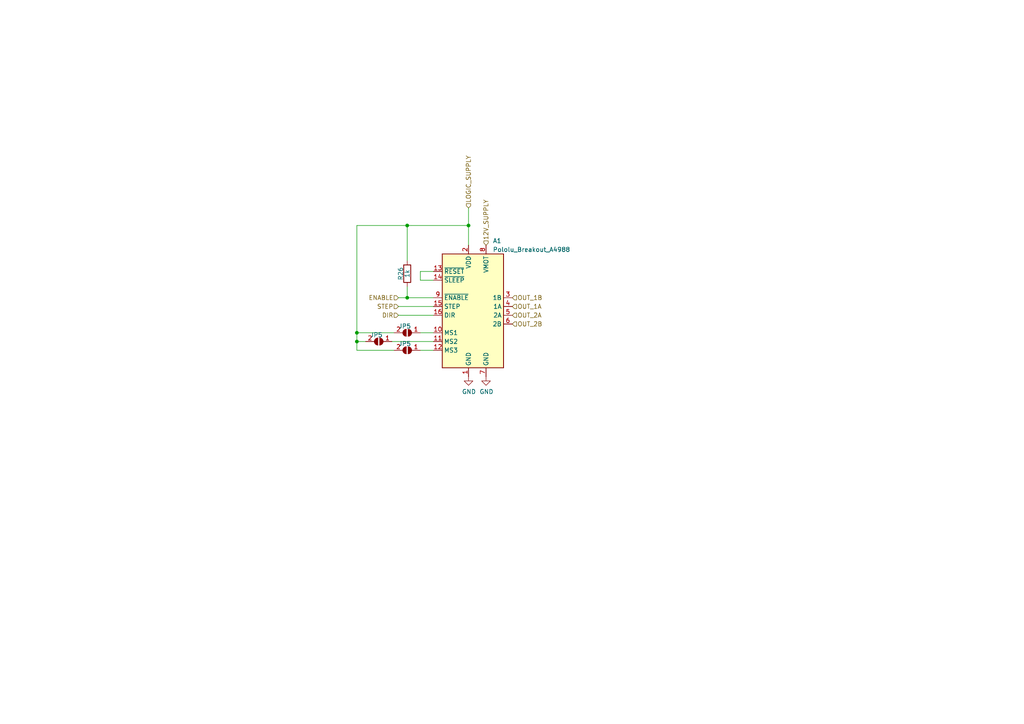
<source format=kicad_sch>
(kicad_sch (version 20230121) (generator eeschema)
  (paper "A4")
  (lib_symbols
    (symbol "Device:R" (pin_numbers hide) (pin_names (offset 0))
      (property "Reference" "R" (at 2.032 0 90))
      (property "Value" "R" (at 0 0 90))
      (symbol "R_0_1"
        (rectangle (start -1.016 -2.54) (end 1.016 2.54) (stroke (width 0.254)))
      )
      (symbol "R_1_1"
        (pin passive line (at 0 3.81 270) (length 1.27) (name "~") (number "1"))
        (pin passive line (at 0 -3.81 90) (length 1.27) (name "~") (number "2"))
      )
    )
    (symbol "Driver_Motor:Pololu_Breakout_A4988"
      (property "Reference" "A" (at -2.54 19.05 0))
      (property "Value" "Pololu_Breakout_A4988" (at -2.54 16.51 0))
      (symbol "Pololu_Breakout_A4988_0_1"
        (rectangle (start 10.16 -17.78) (end -7.62 15.24) (stroke (width 0.254)) (fill (type background)))
      )
      (symbol "Pololu_Breakout_A4988_1_1"
        (pin power_in line (at 0 -20.32 90) (length 2.54) (name "GND") (number "1"))
        (pin input line (at -10.16 -7.62 0) (length 2.54) (name "MS1") (number "10"))
        (pin input line (at -10.16 -10.16 0) (length 2.54) (name "MS2") (number "11"))
        (pin input line (at -10.16 -12.7 0) (length 2.54) (name "MS3") (number "12"))
        (pin input line (at -10.16 10.16 0) (length 2.54) (name "~{RESET}") (number "13"))
        (pin input line (at -10.16 7.62 0) (length 2.54) (name "~{SLEEP}") (number "14"))
        (pin input line (at -10.16 0 0) (length 2.54) (name "STEP") (number "15"))
        (pin input line (at -10.16 -2.54 0) (length 2.54) (name "DIR") (number "16"))
        (pin power_in line (at 0 17.78 270) (length 2.54) (name "VDD") (number "2"))
        (pin output line (at 12.7 2.54 180) (length 2.54) (name "1B") (number "3"))
        (pin output line (at 12.7 0 180) (length 2.54) (name "1A") (number "4"))
        (pin output line (at 12.7 -2.54 180) (length 2.54) (name "2A") (number "5"))
        (pin output line (at 12.7 -5.08 180) (length 2.54) (name "2B") (number "6"))
        (pin power_in line (at 5.08 -20.32 90) (length 2.54) (name "GND") (number "7"))
        (pin power_in line (at 5.08 17.78 270) (length 2.54) (name "VMOT") (number "8"))
        (pin input line (at -10.16 2.54 0) (length 2.54) (name "~{ENABLE}") (number "9"))
      )
    )
    (symbol "Jumper:SolderJumper_2_Open" (pin_names (offset 0) hide)
      (property "Reference" "JP" (at 0 2.032 0))
      (property "Value" "SolderJumper_2_Open" (at 0 -2.54 0))
      (symbol "SolderJumper_2_Open_0_1"
        (arc (start -0.254 1.016) (mid -1.2656 0) (end -0.254 -1.016))
        (arc (start -0.254 1.016) (mid -1.2656 0) (end -0.254 -1.016) (fill (type outline)))
        (polyline (pts (xy -0.254 1.016) (xy -0.254 -1.016)))
        (polyline (pts (xy 0.254 1.016) (xy 0.254 -1.016)))
        (arc (start 0.254 -1.016) (mid 1.2656 0) (end 0.254 1.016))
        (arc (start 0.254 -1.016) (mid 1.2656 0) (end 0.254 1.016) (fill (type outline)))
      )
      (symbol "SolderJumper_2_Open_1_1"
        (pin passive line (at -3.81 0 0) (length 2.54) (name "A") (number "1"))
        (pin passive line (at 3.81 0 180) (length 2.54) (name "B") (number "2"))
      )
    )
    (symbol "power:GND" (power) (pin_names (offset 0))
      (property "Value" "GND" (at 0 -3.81 0))
      (symbol "GND_0_1"
        (polyline (pts (xy 0 0) (xy 0 -1.27) (xy 1.27 -1.27) (xy 0 -2.54) (xy -1.27 -1.27) (xy 0 -1.27)))
      )
      (symbol "GND_1_1"
        (pin power_in line (at 0 0 270) (length 0) hide (name "GND") (number "1"))
      )
    )
  )
  (junction (at 135.89 65.405))
  (junction (at 103.505 99.06))
  (junction (at 118.11 65.405))
  (junction (at 118.11 86.36))
  (junction (at 103.505 96.52))
  (wire (pts (xy 118.11 65.405) (xy 103.505 65.405)))
  (wire (pts (xy 118.11 86.36) (xy 125.73 86.36)))
  (wire (pts (xy 103.505 65.405) (xy 103.505 96.52)))
  (wire (pts (xy 115.57 91.44) (xy 125.73 91.44)))
  (wire (pts (xy 113.665 99.06) (xy 125.73 99.06)))
  (wire (pts (xy 103.505 99.06) (xy 106.045 99.06)))
  (wire (pts (xy 103.505 101.6) (xy 114.3 101.6)))
  (wire (pts (xy 103.505 99.06) (xy 103.505 101.6)))
  (wire (pts (xy 103.505 96.52) (xy 103.505 99.06)))
  (wire (pts (xy 135.89 60.325) (xy 135.89 65.405)))
  (wire (pts (xy 115.57 88.9) (xy 125.73 88.9)))
  (wire (pts (xy 121.92 101.6) (xy 125.73 101.6)))
  (wire (pts (xy 135.89 65.405) (xy 135.89 71.12)))
  (wire (pts (xy 114.3 96.52) (xy 103.505 96.52)))
  (wire (pts (xy 115.57 86.36) (xy 118.11 86.36)))
  (wire (pts (xy 121.92 96.52) (xy 125.73 96.52)))
  (wire (pts (xy 118.11 65.405) (xy 118.11 75.565)))
  (wire (pts (xy 118.11 83.185) (xy 118.11 86.36)))
  (wire (pts (xy 121.92 81.28) (xy 125.73 81.28)))
  (wire (pts (xy 121.92 78.74) (xy 121.92 81.28)))
  (wire (pts (xy 135.89 65.405) (xy 118.11 65.405)))
  (wire (pts (xy 125.73 78.74) (xy 121.92 78.74)))
  (hierarchical_label "STEP" (shape input) (at 115.57 88.9 180))
  (hierarchical_label "OUT_1A" (shape input) (at 148.59 88.9 0))
  (hierarchical_label "OUT_2A" (shape input) (at 148.59 91.44 0))
  (hierarchical_label "ENABLE" (shape input) (at 115.57 86.36 180))
  (hierarchical_label "OUT_1B" (shape input) (at 148.59 86.36 0))
  (hierarchical_label "OUT_2B" (shape input) (at 148.59 93.98 0))
  (hierarchical_label "12V_SUPPLY" (shape input) (at 140.97 71.12 90))
  (hierarchical_label "LOGIC_SUPPLY" (shape input) (at 135.89 60.325 90))
  (hierarchical_label "DIR" (shape input) (at 115.57 91.44 180))
  (symbol (lib_id "power:GND") (at 140.97 109.22 0) (unit 1)
    (property "Reference" "#PWR0283" (effects hide))
    (property "Value" "GND" (at 141.097 113.6142 0))
    (instances (project "proteus" (path "" (reference "#PWR0283") (unit 1)) (path "" (reference "#PWR0297") (unit 1)) (path "" (reference "#PWR0280") (unit 1))))
  )
  (symbol (lib_id "Device:R") (at 118.11 79.375 0) (unit 1)
    (property "Reference" "R26" (at 116.205 79.375 90))
    (property "Value" "1k" (at 118.11 79.375 90))
    (property "Footprint" "Resistor_SMD:R_0402_1005Metric" (effects hide))
    (property "LCSC" "C11702" (effects hide))
    (property "LCSC_ext" "0" (effects hide))
    (instances (project "proteus" (path "" (reference "R26") (unit 1)) (path "" (reference "R31") (unit 1)) (path "" (reference "R137") (unit 1))))
  )
  (symbol (lib_id "Driver_Motor:Pololu_Breakout_A4988") (at 135.89 88.9 0) (unit 1) (in_bom no)
    (property "Reference" "A1" (at 142.9259 69.85 0) (effects (justify left)))
    (property "Value" "Pololu_Breakout_A4988" (at 142.9259 72.39 0) (effects (justify left)))
    (property "Footprint" "connector:Pololu_Breakout-16_15.2x20.3mm" (effects hide))
    (property "Datasheet" "https://www.pololu.com/product/2980/pictures" (effects hide))
  )
  (symbol (lib_id "Jumper:SolderJumper_2_Open") (at 109.855 99.06 180) (unit 1) (in_bom no)
    (property "Reference" "JP5" (at 107.315 97.155 0) (effects (justify right)))
    (property "Value" "Jumper_2_Bridged" (effects hide))
    (property "Footprint" "Jumper:SolderJumper-2_P1.3mm_Open_RoundedPad1.0x1.5mm" (effects hide))
    (instances (project "proteus" (path "" (reference "JP5") (unit 1)) (path "" (reference "JP14") (unit 1))))
  )
  (symbol (lib_id "Jumper:SolderJumper_2_Open") (at 118.11 101.6 180) (unit 1) (in_bom no)
    (property "Reference" "JP5" (at 115.57 99.695 0) (effects (justify right)))
    (property "Value" "Jumper_2_Bridged" (effects hide))
    (property "Footprint" "Jumper:SolderJumper-2_P1.3mm_Open_RoundedPad1.0x1.5mm" (effects hide))
    (instances (project "proteus" (path "" (reference "JP5") (unit 1)) (path "" (reference "JP15") (unit 1))))
  )
  (symbol (lib_id "power:GND") (at 135.89 109.22 0) (unit 1)
    (property "Reference" "#PWR0283" (effects hide))
    (property "Value" "GND" (at 136.017 113.6142 0))
    (instances (project "proteus" (path "" (reference "#PWR0283") (unit 1)) (path "" (reference "#PWR0297") (unit 1)) (path "" (reference "#PWR0275") (unit 1))))
  )
  (symbol (lib_id "Jumper:SolderJumper_2_Open") (at 118.11 96.52 180) (unit 1) (in_bom no)
    (property "Reference" "JP5" (at 115.57 94.615 0) (effects (justify right)))
    (property "Value" "Jumper_2_Bridged" (effects hide))
    (property "Footprint" "Jumper:SolderJumper-2_P1.3mm_Open_RoundedPad1.0x1.5mm" (effects hide))
    (instances (project "proteus" (path "" (reference "JP5") (unit 1)) (path "" (reference "JP13") (unit 1))))
  )
)
</source>
